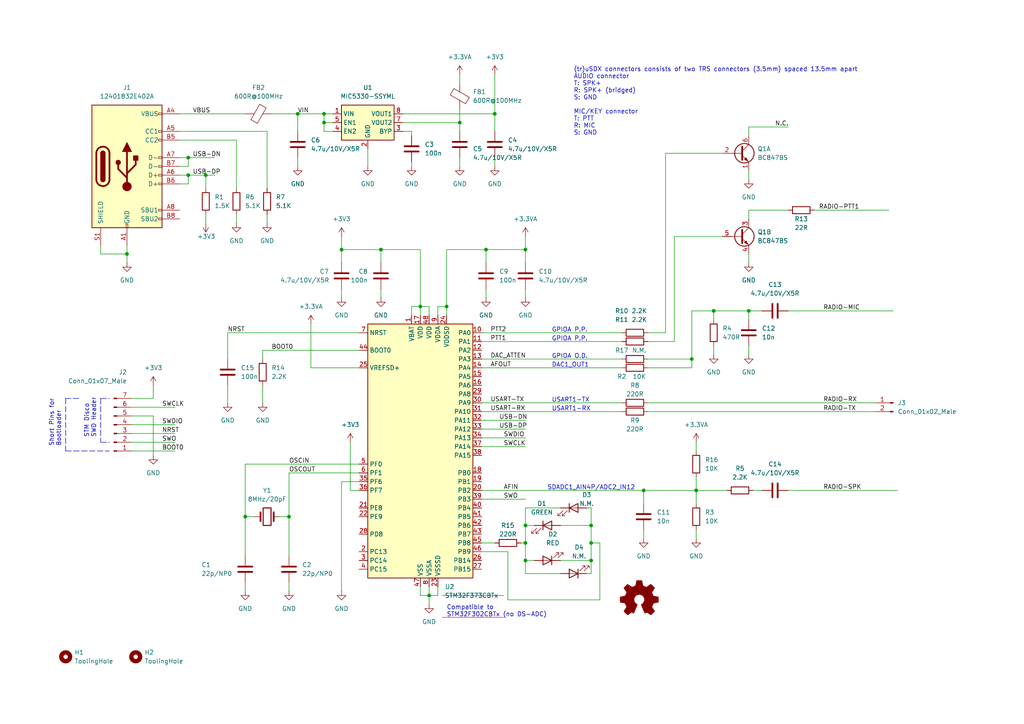
<source format=kicad_sch>
(kicad_sch (version 20211123) (generator eeschema)
  (paper "A4")
  (title_block (title "All-In-One-Cable (AIOC)") (rev "0"))
  (lib_symbols
    (symbol "Connector:Conn_01x02_Male" (pin_names (offset 1.016) hide)
      (property "Reference" "J" (at 0 2.54 0))
      (property "Value" "Conn_01x02_Male" (at 0 -5.08 0))
      (symbol "Conn_01x02_Male_1_1"
        (pin passive line (at 5.08 0 180) (length 3.81) (name "Pin_1") (number "1"))
        (pin passive line (at 5.08 -2.54 180) (length 3.81) (name "Pin_2") (number "2"))
      )
    )
    (symbol "Connector:Conn_01x07_Male" (pin_names (offset 1.016) hide)
      (property "Reference" "J" (at 0 10.16 0))
      (property "Value" "Conn_01x07_Male" (at 0 -10.16 0))
      (symbol "Conn_01x07_Male_1_1"
        (pin passive line (at 5.08 7.62 180) (length 3.81) (name "Pin_1") (number "1"))
        (pin passive line (at 5.08 5.08 180) (length 3.81) (name "Pin_2") (number "2"))
        (pin passive line (at 5.08 2.54 180) (length 3.81) (name "Pin_3") (number "3"))
        (pin passive line (at 5.08 0 180) (length 3.81) (name "Pin_4") (number "4"))
        (pin passive line (at 5.08 -2.54 180) (length 3.81) (name "Pin_5") (number "5"))
        (pin passive line (at 5.08 -5.08 180) (length 3.81) (name "Pin_6") (number "6"))
        (pin passive line (at 5.08 -7.62 180) (length 3.81) (name "Pin_7") (number "7"))
      )
    )
    (symbol "Connector:USB_C_Receptacle_USB2.0" (pin_names (offset 1.016))
      (property "Reference" "J" (at -10.16 19.05 0))
      (property "Value" "USB_C_Receptacle_USB2.0" (at 19.05 19.05 0))
      (symbol "USB_C_Receptacle_USB2.0_1_1"
        (pin passive line (at 0 -22.86 90) (length 5.08) (name "GND") (number "A1"))
        (pin passive line (at 0 -22.86 90) (length 5.08) hide (name "GND") (number "A12"))
        (pin passive line (at 15.24 15.24 180) (length 5.08) (name "VBUS") (number "A4"))
        (pin bidirectional line (at 15.24 10.16 180) (length 5.08) (name "CC1") (number "A5"))
        (pin bidirectional line (at 15.24 -2.54 180) (length 5.08) (name "D+") (number "A6"))
        (pin bidirectional line (at 15.24 2.54 180) (length 5.08) (name "D-") (number "A7"))
        (pin bidirectional line (at 15.24 -12.7 180) (length 5.08) (name "SBU1") (number "A8"))
        (pin passive line (at 15.24 15.24 180) (length 5.08) hide (name "VBUS") (number "A9"))
        (pin passive line (at 0 -22.86 90) (length 5.08) hide (name "GND") (number "B1"))
        (pin passive line (at 0 -22.86 90) (length 5.08) hide (name "GND") (number "B12"))
        (pin passive line (at 15.24 15.24 180) (length 5.08) hide (name "VBUS") (number "B4"))
        (pin bidirectional line (at 15.24 7.62 180) (length 5.08) (name "CC2") (number "B5"))
        (pin bidirectional line (at 15.24 -5.08 180) (length 5.08) (name "D+") (number "B6"))
        (pin bidirectional line (at 15.24 0 180) (length 5.08) (name "D-") (number "B7"))
        (pin bidirectional line (at 15.24 -15.24 180) (length 5.08) (name "SBU2") (number "B8"))
        (pin passive line (at 15.24 15.24 180) (length 5.08) hide (name "VBUS") (number "B9"))
        (pin passive line (at -7.62 -22.86 90) (length 5.08) (name "SHIELD") (number "S1"))
      )
    )
    (symbol "Device:C" (pin_numbers hide) (pin_names (offset 0.254))
      (property "Reference" "C" (at 0.635 2.54 0))
      (property "Value" "C" (at 0.635 -2.54 0))
      (symbol "C_1_1"
        (pin passive line (at 0 3.81 270) (length 2.794) (name "~") (number "1"))
        (pin passive line (at 0 -3.81 90) (length 2.794) (name "~") (number "2"))
      )
    )
    (symbol "Device:Crystal" (pin_numbers hide) (pin_names (offset 1.016) hide)
      (property "Reference" "Y" (at 0 3.81 0))
      (property "Value" "Crystal" (at 0 -3.81 0))
      (symbol "Crystal_1_1"
        (pin passive line (at -3.81 0 0) (length 1.27) (name "1") (number "1"))
        (pin passive line (at 3.81 0 180) (length 1.27) (name "2") (number "2"))
      )
    )
    (symbol "Device:FerriteBead" (pin_numbers hide) (pin_names (offset 0))
      (property "Reference" "FB" (at -3.81 0.635 90))
      (property "Value" "FerriteBead" (at 3.81 0 90))
      (symbol "FerriteBead_1_1"
        (pin passive line (at 0 3.81 270) (length 2.54) (name "~") (number "1"))
        (pin passive line (at 0 -3.81 90) (length 2.54) (name "~") (number "2"))
      )
    )
    (symbol "Device:LED" (pin_numbers hide) (pin_names (offset 1.016) hide)
      (property "Reference" "D" (at 0 2.54 0))
      (property "Value" "LED" (at 0 -2.54 0))
      (symbol "LED_1_1"
        (pin passive line (at -3.81 0 0) (length 2.54) (name "K") (number "1"))
        (pin passive line (at 3.81 0 180) (length 2.54) (name "A") (number "2"))
      )
    )
    (symbol "Device:Q_Dual_NPN_NPN_E1B1C2E2B2C1" (pin_names (offset 0) hide)
      (property "Reference" "Q" (at 5.08 1.27 0))
      (property "Value" "Q_Dual_NPN_NPN_E1B1C2E2B2C1" (at 5.08 -1.27 0))
      (symbol "Q_Dual_NPN_NPN_E1B1C2E2B2C1_1_1"
        (pin passive line (at 2.54 -5.08 90) (length 2.54) (name "E1") (number "1"))
        (pin input line (at -5.08 0 0) (length 2.54) (name "B1") (number "2"))
        (pin passive line (at 2.54 5.08 270) (length 2.54) (name "C1") (number "6"))
      )
      (symbol "Q_Dual_NPN_NPN_E1B1C2E2B2C1_2_1"
        (pin passive line (at 2.54 5.08 270) (length 2.54) (name "C2") (number "3"))
        (pin passive line (at 2.54 -5.08 90) (length 2.54) (name "E2") (number "4"))
        (pin input line (at -5.08 0 0) (length 2.54) (name "B2") (number "5"))
      )
    )
    (symbol "Device:R" (pin_numbers hide) (pin_names (offset 0))
      (property "Reference" "R" (at 2.032 0 90))
      (property "Value" "R" (at 0 0 90))
      (symbol "R_1_1"
        (pin passive line (at 0 3.81 270) (length 1.27) (name "~") (number "1"))
        (pin passive line (at 0 -3.81 90) (length 1.27) (name "~") (number "2"))
      )
    )
    (symbol "Graphic:Logo_Open_Hardware_Small" (pin_names (offset 1.016)))
    (symbol "MCU_ST_STM32F3:STM32F373CBTx"
      (property "Reference" "U" (at -15.24 36.83 0))
      (property "Value" "STM32F373CBTx" (at 10.16 36.83 0))
      (symbol "STM32F373CBTx_1_1"
        (pin power_in line (at -2.54 38.1 270) (length 2.54) (name "VBAT") (number "1"))
        (pin bidirectional line (at 17.78 33.02 180) (length 2.54) (name "PA0") (number "10"))
        (pin bidirectional line (at 17.78 30.48 180) (length 2.54) (name "PA1") (number "11"))
        (pin bidirectional line (at 17.78 27.94 180) (length 2.54) (name "PA2") (number "12"))
        (pin bidirectional line (at 17.78 25.4 180) (length 2.54) (name "PA3") (number "13"))
        (pin bidirectional line (at 17.78 22.86 180) (length 2.54) (name "PA4") (number "14"))
        (pin bidirectional line (at 17.78 20.32 180) (length 2.54) (name "PA5") (number "15"))
        (pin bidirectional line (at 17.78 17.78 180) (length 2.54) (name "PA6") (number "16"))
        (pin power_in line (at 0 38.1 270) (length 2.54) (name "VDD") (number "17"))
        (pin bidirectional line (at 17.78 -7.62 180) (length 2.54) (name "PB0") (number "18"))
        (pin bidirectional line (at 17.78 -10.16 180) (length 2.54) (name "PB1") (number "19"))
        (pin bidirectional line (at -17.78 -30.48 0) (length 2.54) (name "PC13") (number "2"))
        (pin bidirectional line (at 17.78 -12.7 180) (length 2.54) (name "PB2") (number "20"))
        (pin bidirectional line (at -17.78 -17.78 0) (length 2.54) (name "PE8") (number "21"))
        (pin bidirectional line (at -17.78 -20.32 0) (length 2.54) (name "PE9") (number "22"))
        (pin power_in line (at 5.08 -40.64 90) (length 2.54) (name "VSSSD") (number "23"))
        (pin power_in line (at 7.62 38.1 270) (length 2.54) (name "VDDSD") (number "24"))
        (pin power_in line (at -17.78 22.86 0) (length 2.54) (name "VREFSD+") (number "25"))
        (pin bidirectional line (at 17.78 -33.02 180) (length 2.54) (name "PB14") (number "26"))
        (pin bidirectional line (at 17.78 -35.56 180) (length 2.54) (name "PB15") (number "27"))
        (pin bidirectional line (at -17.78 -25.4 0) (length 2.54) (name "PD8") (number "28"))
        (pin bidirectional line (at 17.78 15.24 180) (length 2.54) (name "PA8") (number "29"))
        (pin bidirectional line (at -17.78 -33.02 0) (length 2.54) (name "PC14") (number "3"))
        (pin bidirectional line (at 17.78 12.7 180) (length 2.54) (name "PA9") (number "30"))
        (pin bidirectional line (at 17.78 10.16 180) (length 2.54) (name "PA10") (number "31"))
        (pin bidirectional line (at 17.78 7.62 180) (length 2.54) (name "PA11") (number "32"))
        (pin bidirectional line (at 17.78 5.08 180) (length 2.54) (name "PA12") (number "33"))
        (pin bidirectional line (at 17.78 2.54 180) (length 2.54) (name "PA13") (number "34"))
        (pin bidirectional line (at -17.78 -10.16 0) (length 2.54) (name "PF6") (number "35"))
        (pin bidirectional line (at -17.78 -12.7 0) (length 2.54) (name "PF7") (number "36"))
        (pin bidirectional line (at 17.78 0 180) (length 2.54) (name "PA14") (number "37"))
        (pin bidirectional line (at 17.78 -2.54 180) (length 2.54) (name "PA15") (number "38"))
        (pin bidirectional line (at 17.78 -15.24 180) (length 2.54) (name "PB3") (number "39"))
        (pin bidirectional line (at -17.78 -35.56 0) (length 2.54) (name "PC15") (number "4"))
        (pin bidirectional line (at 17.78 -17.78 180) (length 2.54) (name "PB4") (number "40"))
        (pin bidirectional line (at 17.78 -20.32 180) (length 2.54) (name "PB5") (number "41"))
        (pin bidirectional line (at 17.78 -22.86 180) (length 2.54) (name "PB6") (number "42"))
        (pin bidirectional line (at 17.78 -25.4 180) (length 2.54) (name "PB7") (number "43"))
        (pin input line (at -17.78 27.94 0) (length 2.54) (name "BOOT0") (number "44"))
        (pin bidirectional line (at 17.78 -27.94 180) (length 2.54) (name "PB8") (number "45"))
        (pin bidirectional line (at 17.78 -30.48 180) (length 2.54) (name "PB9") (number "46"))
        (pin power_in line (at 0 -40.64 90) (length 2.54) (name "VSS") (number "47"))
        (pin power_in line (at 2.54 38.1 270) (length 2.54) (name "VDD") (number "48"))
        (pin input line (at -17.78 -5.08 0) (length 2.54) (name "PF0") (number "5"))
        (pin input line (at -17.78 -7.62 0) (length 2.54) (name "PF1") (number "6"))
        (pin input line (at -17.78 33.02 0) (length 2.54) (name "NRST") (number "7"))
        (pin power_in line (at 2.54 -40.64 90) (length 2.54) (name "VSSA") (number "8"))
        (pin power_in line (at 5.08 38.1 270) (length 2.54) (name "VDDA") (number "9"))
      )
    )
    (symbol "Mechanical:MountingHole" (pin_names (offset 1.016))
      (property "Reference" "H" (at 0 5.08 0))
      (property "Value" "MountingHole" (at 0 3.175 0))
    )
    (symbol "aioc:MIC5330-SSYML"
      (property "Reference" "U" (at 0 8.89 0))
      (property "Value" "MIC5330-SSYML" (at 0 6.35 0))
      (symbol "MIC5330-SSYML_1_1"
        (pin power_in line (at -10.16 2.54 0) (length 2.54) (name "VIN") (number "1"))
        (pin power_in line (at 0 -7.62 90) (length 2.54) (name "GND") (number "2"))
        (pin passive line (at 10.16 -2.54 180) (length 2.54) (name "BYP") (number "3"))
        (pin input line (at -10.16 -2.54 0) (length 2.54) (name "EN2") (number "4"))
        (pin input line (at -10.16 0 0) (length 2.54) (name "EN1") (number "5"))
        (pin power_out line (at 10.16 0 180) (length 2.54) (name "VOUT2") (number "7"))
        (pin power_out line (at 10.16 2.54 180) (length 2.54) (name "VOUT1") (number "8"))
        (pin passive line (at 0 -7.62 90) (length 2.54) hide (name "GND") (number "9"))
      )
    )
    (symbol "power:+3.3VA" (power) (pin_names (offset 0))
      (property "Value" "+3.3VA" (at 0 3.556 0))
      (symbol "+3.3VA_1_1"
        (pin power_in line (at 0 0 90) (length 0) hide (name "+3.3VA") (number "1"))
      )
    )
    (symbol "power:+3V3" (power) (pin_names (offset 0))
      (property "Value" "+3V3" (at 0 3.556 0))
      (symbol "+3V3_1_1"
        (pin power_in line (at 0 0 90) (length 0) hide (name "+3V3") (number "1"))
      )
    )
    (symbol "power:GND" (power) (pin_names (offset 0))
      (property "Value" "GND" (at 0 -3.81 0))
      (symbol "GND_1_1"
        (pin power_in line (at 0 0 270) (length 0) hide (name "GND") (number "1"))
      )
    )
  )
  (junction (at 54.61 45.72))
  (junction (at 152.4 152.4))
  (junction (at 36.83 73.66))
  (junction (at 59.69 50.8))
  (junction (at 171.45 162.56))
  (junction (at 93.98 33.02))
  (junction (at 140.97 72.39))
  (junction (at 86.36 33.02))
  (junction (at 201.93 142.24))
  (junction (at 152.4 162.56))
  (junction (at 171.45 152.4))
  (junction (at 171.45 157.48))
  (junction (at 129.54 88.9))
  (junction (at 121.92 88.9))
  (junction (at 133.35 35.56))
  (junction (at 152.4 72.39))
  (junction (at 207.01 90.17))
  (junction (at 217.17 90.17))
  (junction (at 99.06 72.39))
  (junction (at 110.49 72.39))
  (junction (at 54.61 50.8))
  (junction (at 71.12 149.86))
  (junction (at 124.46 172.72))
  (junction (at 152.4 157.48))
  (junction (at 186.69 142.24))
  (junction (at 83.82 149.86))
  (junction (at 200.66 104.14))
  (junction (at 143.51 33.02))
  (junction (at 93.98 35.56))
  (wire (pts (xy 143.51 21.59) (xy 143.51 33.02)))
  (wire (pts (xy 186.69 153.67) (xy 186.69 156.21)))
  (wire (pts (xy 200.66 106.68) (xy 200.66 104.14)))
  (wire (pts (xy 121.92 72.39) (xy 110.49 72.39)))
  (wire (pts (xy 124.46 172.72) (xy 124.46 175.26)))
  (wire (pts (xy 121.92 91.44) (xy 121.92 88.9)))
  (wire (pts (xy 124.46 88.9) (xy 124.46 91.44)))
  (wire (pts (xy 139.7 129.54) (xy 152.4 129.54)))
  (wire (pts (xy 228.6 90.17) (xy 259.08 90.17)))
  (wire (pts (xy 195.58 99.06) (xy 195.58 68.58)))
  (wire (pts (xy 83.82 137.16) (xy 83.82 149.86)))
  (wire (pts (xy 171.45 147.32) (xy 170.18 147.32)))
  (wire (pts (xy 66.04 96.52) (xy 66.04 104.14)))
  (wire (pts (xy 86.36 33.02) (xy 93.98 33.02)))
  (wire (pts (xy 52.07 38.1) (xy 77.47 38.1)))
  (wire (pts (xy 99.06 68.58) (xy 99.06 72.39)))
  (wire (pts (xy 140.97 72.39) (xy 140.97 76.2)))
  (wire (pts (xy 147.32 173.99) (xy 147.32 160.02)))
  (polyline (pts (xy 22.86 115.57) (xy 19.05 115.57)))
  (wire (pts (xy 77.47 62.23) (xy 77.47 64.77)))
  (wire (pts (xy 170.18 166.37) (xy 171.45 166.37)))
  (wire (pts (xy 133.35 35.56) (xy 133.35 38.1)))
  (wire (pts (xy 162.56 166.37) (xy 152.4 166.37)))
  (wire (pts (xy 127 88.9) (xy 127 91.44)))
  (wire (pts (xy 96.52 35.56) (xy 93.98 35.56)))
  (wire (pts (xy 66.04 111.76) (xy 66.04 116.84)))
  (wire (pts (xy 152.4 72.39) (xy 152.4 76.2)))
  (wire (pts (xy 162.56 147.32) (xy 152.4 147.32)))
  (wire (pts (xy 104.14 96.52) (xy 66.04 96.52)))
  (wire (pts (xy 201.93 146.05) (xy 201.93 142.24)))
  (polyline (pts (xy 29.21 115.57) (xy 29.21 128.27)))
  (wire (pts (xy 187.96 106.68) (xy 200.66 106.68)))
  (wire (pts (xy 171.45 152.4) (xy 171.45 157.48)))
  (wire (pts (xy 38.1 115.57) (xy 44.45 115.57)))
  (wire (pts (xy 93.98 33.02) (xy 96.52 33.02)))
  (polyline (pts (xy 19.05 130.81) (xy 31.75 130.81)))
  (wire (pts (xy 152.4 162.56) (xy 154.94 162.56)))
  (wire (pts (xy 128.27 172.72) (xy 146.05 172.72)) (stroke (width 0) (color 255 0 51 1)))
  (wire (pts (xy 93.98 38.1) (xy 93.98 35.56)))
  (wire (pts (xy 44.45 115.57) (xy 44.45 111.76)))
  (wire (pts (xy 38.1 128.27) (xy 50.8 128.27)))
  (wire (pts (xy 217.17 73.66) (xy 217.17 76.2)))
  (wire (pts (xy 152.4 83.82) (xy 152.4 86.36)))
  (wire (pts (xy 71.12 149.86) (xy 73.66 149.86)))
  (wire (pts (xy 193.04 44.45) (xy 209.55 44.45)))
  (wire (pts (xy 121.92 170.18) (xy 121.92 172.72)))
  (wire (pts (xy 99.06 139.7) (xy 99.06 171.45)))
  (wire (pts (xy 217.17 100.33) (xy 217.17 102.87)))
  (wire (pts (xy 129.54 72.39) (xy 129.54 88.9)))
  (wire (pts (xy 29.21 71.12) (xy 29.21 73.66)))
  (wire (pts (xy 71.12 149.86) (xy 71.12 161.29)))
  (wire (pts (xy 119.38 38.1) (xy 119.38 39.37)))
  (wire (pts (xy 77.47 38.1) (xy 77.47 54.61)))
  (wire (pts (xy 116.84 38.1) (xy 119.38 38.1)))
  (wire (pts (xy 86.36 33.02) (xy 86.36 38.1)))
  (wire (pts (xy 217.17 39.37) (xy 217.17 36.83)))
  (wire (pts (xy 151.13 157.48) (xy 152.4 157.48)))
  (wire (pts (xy 54.61 45.72) (xy 62.23 45.72)))
  (wire (pts (xy 110.49 72.39) (xy 110.49 76.2)))
  (wire (pts (xy 133.35 45.72) (xy 133.35 48.26)))
  (wire (pts (xy 152.4 157.48) (xy 152.4 162.56)))
  (wire (pts (xy 139.7 127) (xy 152.4 127)))
  (wire (pts (xy 71.12 134.62) (xy 71.12 149.86)))
  (wire (pts (xy 217.17 90.17) (xy 220.98 90.17)))
  (wire (pts (xy 139.7 119.38) (xy 180.34 119.38)))
  (wire (pts (xy 171.45 166.37) (xy 171.45 162.56)))
  (wire (pts (xy 121.92 88.9) (xy 124.46 88.9)))
  (wire (pts (xy 193.04 44.45) (xy 193.04 96.52)))
  (wire (pts (xy 59.69 50.8) (xy 59.69 54.61)))
  (wire (pts (xy 76.2 111.76) (xy 76.2 116.84)))
  (wire (pts (xy 171.45 157.48) (xy 171.45 162.56)))
  (wire (pts (xy 36.83 73.66) (xy 36.83 76.2)))
  (wire (pts (xy 83.82 168.91) (xy 83.82 171.45)))
  (wire (pts (xy 44.45 120.65) (xy 44.45 132.08)))
  (wire (pts (xy 139.7 144.78) (xy 152.4 144.78)))
  (wire (pts (xy 236.22 60.96) (xy 257.81 60.96)))
  (wire (pts (xy 228.6 142.24) (xy 260.35 142.24)))
  (wire (pts (xy 99.06 83.82) (xy 99.06 86.36)))
  (wire (pts (xy 119.38 88.9) (xy 121.92 88.9)))
  (wire (pts (xy 195.58 68.58) (xy 209.55 68.58)))
  (wire (pts (xy 187.96 116.84) (xy 254 116.84)))
  (polyline (pts (xy 29.21 128.27) (xy 31.75 128.27)))
  (wire (pts (xy 38.1 125.73) (xy 50.8 125.73)))
  (wire (pts (xy 152.4 166.37) (xy 152.4 162.56)))
  (wire (pts (xy 173.99 157.48) (xy 173.99 173.99)))
  (wire (pts (xy 119.38 91.44) (xy 119.38 88.9)))
  (wire (pts (xy 52.07 50.8) (xy 54.61 50.8)))
  (wire (pts (xy 173.99 173.99) (xy 147.32 173.99)))
  (wire (pts (xy 76.2 101.6) (xy 76.2 104.14)))
  (wire (pts (xy 207.01 92.71) (xy 207.01 90.17)))
  (wire (pts (xy 38.1 118.11) (xy 50.8 118.11)))
  (wire (pts (xy 217.17 36.83) (xy 228.6 36.83)))
  (wire (pts (xy 143.51 45.72) (xy 143.51 48.26)))
  (wire (pts (xy 124.46 170.18) (xy 124.46 172.72)))
  (wire (pts (xy 139.7 99.06) (xy 180.34 99.06)))
  (wire (pts (xy 52.07 48.26) (xy 54.61 48.26)))
  (wire (pts (xy 143.51 33.02) (xy 143.51 38.1)))
  (wire (pts (xy 52.07 53.34) (xy 54.61 53.34)))
  (wire (pts (xy 68.58 40.64) (xy 68.58 54.61)))
  (wire (pts (xy 104.14 139.7) (xy 99.06 139.7)))
  (wire (pts (xy 217.17 90.17) (xy 217.17 92.71)))
  (wire (pts (xy 81.28 149.86) (xy 83.82 149.86)))
  (wire (pts (xy 116.84 33.02) (xy 143.51 33.02)))
  (wire (pts (xy 171.45 152.4) (xy 171.45 147.32)))
  (wire (pts (xy 133.35 21.59) (xy 133.35 24.13)))
  (wire (pts (xy 200.66 90.17) (xy 207.01 90.17)))
  (wire (pts (xy 186.69 146.05) (xy 186.69 142.24)))
  (wire (pts (xy 207.01 100.33) (xy 207.01 102.87)))
  (wire (pts (xy 127 170.18) (xy 127 172.72)))
  (wire (pts (xy 29.21 73.66) (xy 36.83 73.66)))
  (wire (pts (xy 139.7 116.84) (xy 180.34 116.84)))
  (wire (pts (xy 119.38 46.99) (xy 119.38 48.26)))
  (wire (pts (xy 217.17 60.96) (xy 228.6 60.96)))
  (wire (pts (xy 162.56 152.4) (xy 171.45 152.4)))
  (wire (pts (xy 101.6 128.27) (xy 101.6 142.24)))
  (wire (pts (xy 104.14 101.6) (xy 76.2 101.6)))
  (wire (pts (xy 201.93 128.27) (xy 201.93 130.81)))
  (wire (pts (xy 110.49 83.82) (xy 110.49 86.36)))
  (wire (pts (xy 52.07 33.02) (xy 71.12 33.02)))
  (wire (pts (xy 129.54 72.39) (xy 140.97 72.39)))
  (wire (pts (xy 201.93 142.24) (xy 210.82 142.24)))
  (wire (pts (xy 217.17 49.53) (xy 217.17 52.07)))
  (wire (pts (xy 187.96 104.14) (xy 200.66 104.14)))
  (wire (pts (xy 200.66 104.14) (xy 200.66 90.17)))
  (wire (pts (xy 83.82 137.16) (xy 104.14 137.16)))
  (wire (pts (xy 201.93 138.43) (xy 201.93 142.24)))
  (wire (pts (xy 139.7 96.52) (xy 180.34 96.52)))
  (wire (pts (xy 218.44 142.24) (xy 220.98 142.24)))
  (wire (pts (xy 106.68 43.18) (xy 106.68 48.26)))
  (wire (pts (xy 83.82 149.86) (xy 83.82 161.29)))
  (wire (pts (xy 116.84 35.56) (xy 133.35 35.56)))
  (wire (pts (xy 171.45 157.48) (xy 173.99 157.48)))
  (wire (pts (xy 152.4 152.4) (xy 152.4 157.48)))
  (wire (pts (xy 201.93 153.67) (xy 201.93 156.21)))
  (wire (pts (xy 44.45 120.65) (xy 38.1 120.65)))
  (wire (pts (xy 104.14 142.24) (xy 101.6 142.24)))
  (wire (pts (xy 71.12 168.91) (xy 71.12 171.45)))
  (wire (pts (xy 52.07 45.72) (xy 54.61 45.72)))
  (wire (pts (xy 68.58 62.23) (xy 68.58 64.77)))
  (wire (pts (xy 90.17 106.68) (xy 104.14 106.68)))
  (wire (pts (xy 129.54 88.9) (xy 127 88.9)))
  (polyline (pts (xy 19.05 115.57) (xy 19.05 130.81)))
  (wire (pts (xy 127 172.72) (xy 124.46 172.72)))
  (wire (pts (xy 96.52 38.1) (xy 93.98 38.1)))
  (polyline (pts (xy 29.21 115.57) (xy 31.75 115.57)))
  (wire (pts (xy 154.94 152.4) (xy 152.4 152.4)))
  (wire (pts (xy 121.92 72.39) (xy 121.92 88.9)))
  (wire (pts (xy 139.7 104.14) (xy 180.34 104.14)))
  (wire (pts (xy 54.61 50.8) (xy 54.61 53.34)))
  (wire (pts (xy 139.7 121.92) (xy 152.4 121.92)))
  (wire (pts (xy 59.69 50.8) (xy 62.23 50.8)))
  (wire (pts (xy 52.07 40.64) (xy 68.58 40.64)))
  (wire (pts (xy 139.7 157.48) (xy 143.51 157.48)))
  (wire (pts (xy 140.97 83.82) (xy 140.97 86.36)))
  (wire (pts (xy 128.27 179.07) (xy 146.05 179.07)) (stroke (width 0) (color 255 0 51 1)))
  (wire (pts (xy 54.61 45.72) (xy 54.61 48.26)))
  (wire (pts (xy 162.56 162.56) (xy 171.45 162.56)))
  (wire (pts (xy 147.32 160.02) (xy 139.7 160.02)))
  (wire (pts (xy 139.7 106.68) (xy 180.34 106.68)))
  (wire (pts (xy 129.54 91.44) (xy 129.54 88.9)))
  (wire (pts (xy 124.46 172.72) (xy 121.92 172.72)))
  (wire (pts (xy 86.36 45.72) (xy 86.36 48.26)))
  (wire (pts (xy 140.97 72.39) (xy 152.4 72.39)))
  (wire (pts (xy 99.06 72.39) (xy 99.06 76.2)))
  (wire (pts (xy 54.61 50.8) (xy 59.69 50.8)))
  (wire (pts (xy 59.69 62.23) (xy 59.69 64.77)))
  (wire (pts (xy 217.17 63.5) (xy 217.17 60.96)))
  (wire (pts (xy 110.49 72.39) (xy 99.06 72.39)))
  (wire (pts (xy 36.83 71.12) (xy 36.83 73.66)))
  (wire (pts (xy 71.12 134.62) (xy 104.14 134.62)))
  (wire (pts (xy 186.69 142.24) (xy 201.93 142.24)))
  (wire (pts (xy 139.7 142.24) (xy 186.69 142.24)))
  (wire (pts (xy 38.1 130.81) (xy 50.8 130.81)))
  (wire (pts (xy 152.4 147.32) (xy 152.4 152.4)))
  (wire (pts (xy 133.35 31.75) (xy 133.35 35.56)))
  (wire (pts (xy 139.7 124.46) (xy 152.4 124.46)))
  (wire (pts (xy 187.96 119.38) (xy 254 119.38)))
  (wire (pts (xy 207.01 90.17) (xy 217.17 90.17)))
  (wire (pts (xy 93.98 33.02) (xy 93.98 35.56)))
  (wire (pts (xy 187.96 96.52) (xy 193.04 96.52)))
  (wire (pts (xy 78.74 33.02) (xy 86.36 33.02)))
  (wire (pts (xy 187.96 99.06) (xy 195.58 99.06)))
  (wire (pts (xy 152.4 68.58) (xy 152.4 72.39)))
  (wire (pts (xy 38.1 123.19) (xy 50.8 123.19)))
  (wire (pts (xy 90.17 93.98) (xy 90.17 106.68)))
  (text "STM Disco\nSWD Header" (at 27.94 127 90) (effects (font (size 1.27 1.27)) (justify left bottom)))
  (text "Short Pins for\nBootloader" (at 17.78 129.54 90) (effects (font (size 1.27 1.27)) (justify left bottom)))
  (text "SDADC1_AIN4P/ADC2_IN12" (at 158.75 142.24 0) (effects (font (size 1.27 1.27)) (justify left bottom)))
  (text "USART1-TX" (at 160.02 116.84 0) (effects (font (size 1.27 1.27)) (justify left bottom)))
  (text "(tr)uSDX connectors consists of two TRS connectors (3.5mm) spaced 13.5mm apart\nAUDIO connector\nT: SPK+\nR: SPK+ (bridged)\nS: GND\n\nMIC/KEY connector\nT: PTT\nR: MIC\nS: GND\n" (at 166.37 39.37 0) (effects (font (size 1.27 1.27)) (justify left bottom)))
  (text "GPIOA P.P." (at 160.02 99.06 0) (effects (font (size 1.27 1.27)) (justify left bottom)))
  (text "DAC1_OUT1" (at 160.02 106.68 0) (effects (font (size 1.27 1.27)) (justify left bottom)))
  (text "GPIOA O.D." (at 160.02 104.14 0) (effects (font (size 1.27 1.27)) (justify left bottom)))
  (text "Compatible to \nSTM32F302CBTx (no DS-ADC)" (at 129.54 179.07 0) (effects (font (size 1.27 1.27)) (justify left bottom)))
  (text "USART1-RX" (at 160.02 119.38 0) (effects (font (size 1.27 1.27)) (justify left bottom)))
  (text "GPIOA P.P." (at 160.02 96.52 0) (effects (font (size 1.27 1.27)) (justify left bottom)))
  (label "OSCIN" (at 83.82 134.62 0))
  (label "N.C." (at 224.79 36.83 0))
  (label "AFIN" (at 146.05 142.24 0))
  (label "VBUS" (at 55.88 33.02 0))
  (label "NRST" (at 66.04 96.52 0))
  (label "PTT2" (at 142.24 96.52 0))
  (label "SWO" (at 46.99 128.27 0))
  (label "SWO" (at 146.05 144.78 0))
  (label "SWDIO" (at 146.05 127 0))
  (label "USB-DN" (at 55.88 45.72 0))
  (label "OSCOUT" (at 83.82 137.16 0))
  (label "USB-DP" (at 55.88 50.8 0))
  (label "BOOT0" (at 78.74 101.6 0))
  (label "USART-RX" (at 142.24 119.38 0))
  (label "SWDIO" (at 46.99 123.19 0))
  (label "USB-DP" (at 144.78 124.46 0))
  (label "VIN" (at 86.36 33.02 0))
  (label "PTT1" (at 142.24 99.06 0))
  (label "AFOUT" (at 142.24 106.68 0))
  (label "SWCLK" (at 46.99 118.11 0))
  (label "RADIO-RX" (at 238.76 116.84 0))
  (label "RADIO-MIC" (at 238.76 90.17 0))
  (label "RADIO-PTT1" (at 237.49 60.96 0))
  (label "USART-TX" (at 142.24 116.84 0))
  (label "SWCLK" (at 146.05 129.54 0))
  (label "BOOT0" (at 46.99 130.81 0))
  (label "NRST" (at 46.99 125.73 0))
  (label "RADIO-SPK" (at 238.76 142.24 0))
  (label "DAC_ATTEN" (at 142.24 104.14 0))
  (label "USB-DN" (at 144.78 121.92 0))
  (label "RADIO-TX" (at 238.76 119.38 0))
  (symbol (lib_id "Device:R") (at 184.15 116.84 270) (unit 1)
    (property "Reference" "R8" (at 184.15 111.76 90))
    (property "Value" "220R" (at 184.15 114.3 90))
    (property "Footprint" "Resistor_SMD:R_0603_1608Metric" (effects hide))
    (property "LCSC" "C22962" (effects hide))
  )
  (symbol (lib_id "power:+3V3") (at 59.69 64.77 180) (unit 1)
    (property "Reference" "#PWR07" (effects hide))
    (property "Value" "+3V3" (at 57.15 68.58 0) (effects (justify right)))
  )
  (symbol (lib_id "Mechanical:MountingHole") (at 19.05 190.5 0) (unit 1) (in_bom no)
    (property "Reference" "H1" (at 21.59 189.2299 0) (effects (justify left)))
    (property "Value" "ToolingHole" (at 21.59 191.7699 0) (effects (justify left)))
    (property "Footprint" "AIOC:TOOLING-HOLE" (effects hide))
  )
  (symbol (lib_id "power:GND") (at 99.06 86.36 0) (mirror y) (unit 1)
    (property "Reference" "#PWR0115" (effects hide))
    (property "Value" "GND" (at 99.06 91.44 0))
  )
  (symbol (lib_id "power:+3.3VA") (at 133.35 21.59 0) (unit 1)
    (property "Reference" "#PWR0109" (effects hide))
    (property "Value" "+3.3VA" (at 133.35 16.51 0))
  )
  (symbol (lib_id "Device:R") (at 214.63 142.24 90) (unit 1)
    (property "Reference" "R5" (at 214.63 135.89 90))
    (property "Value" "2.2K" (at 214.63 138.43 90))
    (property "Footprint" "Resistor_SMD:R_0603_1608Metric" (effects hide))
    (property "LCSC" "C4190" (effects hide))
  )
  (symbol (lib_id "Graphic:Logo_Open_Hardware_Small") (at 185.42 173.99 0) (unit 1)
    (property "Reference" "#LOGO1" (effects hide))
    (property "Value" "Logo_Open_Hardware_Small" (effects hide))
  )
  (symbol (lib_id "power:+3V3") (at 143.51 21.59 0) (unit 1)
    (property "Reference" "#PWR0108" (effects hide))
    (property "Value" "+3V3" (at 143.51 16.51 0))
  )
  (symbol (lib_id "Device:R") (at 184.15 104.14 270) (unit 1)
    (property "Reference" "R17" (at 180.34 101.6 90))
    (property "Value" "N.M." (at 185.42 101.6 90))
    (property "Footprint" "Resistor_SMD:R_0603_1608Metric" (effects hide))
  )
  (symbol (lib_id "Device:R") (at 147.32 157.48 270) (unit 1)
    (property "Reference" "R15" (at 147.32 152.4 90))
    (property "Value" "220R" (at 147.32 154.94 90))
    (property "Footprint" "Resistor_SMD:R_0603_1608Metric" (effects hide))
    (property "LCSC" "C22962" (effects hide))
  )
  (symbol (lib_id "Device:Q_Dual_NPN_NPN_E1B1C2E2B2C1") (at 214.63 68.58 0) (unit 2)
    (property "Reference" "Q1" (at 219.71 67.3099 0) (effects (justify left)))
    (property "Value" "BC847BS" (at 219.71 69.8499 0) (effects (justify left)))
    (property "Footprint" "Package_TO_SOT_SMD:SOT-363_SC-70-6" (effects hide))
    (property "LCSC" "C8653" (effects hide))
  )
  (symbol (lib_id "power:GND") (at 36.83 76.2 0) (unit 1)
    (property "Reference" "#PWR0101" (effects hide))
    (property "Value" "GND" (at 36.83 81.28 0))
  )
  (symbol (lib_id "power:GND") (at 66.04 116.84 0) (mirror y) (unit 1)
    (property "Reference" "#PWR0121" (effects hide))
    (property "Value" "GND" (at 66.04 121.92 0))
  )
  (symbol (lib_id "Device:LED") (at 166.37 147.32 0) (unit 1)
    (property "Reference" "D3" (at 170.18 143.51 0))
    (property "Value" "N.M." (at 170.18 146.05 0))
    (property "Footprint" "LED_SMD:LED_0603_1608Metric" (effects hide))
  )
  (symbol (lib_id "Device:R") (at 68.58 58.42 180) (unit 1)
    (property "Reference" "R6" (at 71.12 57.1499 0) (effects (justify right)))
    (property "Value" "5.1K" (at 71.12 59.6899 0) (effects (justify right)))
    (property "Footprint" "Resistor_SMD:R_0603_1608Metric" (effects hide))
    (property "LCSC" "C23186" (effects hide))
  )
  (symbol (lib_id "MCU_ST_STM32F3:STM32F373CBTx") (at 121.92 129.54 0) (unit 1)
    (property "Reference" "U2" (at 129.0194 170.18 0) (effects (justify left)))
    (property "Value" "STM32F373CBTx" (at 129.0194 172.72 0) (effects (justify left)))
    (property "Footprint" "Package_QFP:LQFP-48_7x7mm_P0.5mm" (effects hide))
    (property "Datasheet" "http://www.st.com/st-web-ui/static/active/en/resource/technical/document/datasheet/DM00046749.pdf" (effects hide))
    (property "LCSC" "C94046" (effects hide))
  )
  (symbol (lib_id "Device:C") (at 217.17 96.52 0) (unit 1)
    (property "Reference" "C12" (at 220.98 95.2499 0) (effects (justify left)))
    (property "Value" "10n" (at 220.98 97.7899 0) (effects (justify left)))
    (property "Footprint" "Capacitor_SMD:C_0603_1608Metric" (effects hide))
  )
  (symbol (lib_id "Device:FerriteBead") (at 133.35 27.94 0) (unit 1)
    (property "Reference" "FB1" (at 137.16 26.6191 0) (effects (justify left)))
    (property "Value" "600R@100MHz" (at 137.16 29.1591 0) (effects (justify left)))
    (property "Footprint" "Inductor_SMD:L_0603_1608Metric" (effects hide))
    (property "LCSC" "C1002" (effects hide))
  )
  (symbol (lib_id "Device:LED") (at 158.75 152.4 0) (unit 1)
    (property "Reference" "D1" (at 157.1625 146.05 0))
    (property "Value" "GREEN" (at 157.1625 148.59 0))
    (property "Footprint" "LED_SMD:LED_0603_1608Metric" (effects hide))
    (property "LCSC" "C72043" (effects hide))
  )
  (symbol (lib_id "power:+3V3") (at 99.06 68.58 0) (unit 1)
    (property "Reference" "#PWR0113" (effects hide))
    (property "Value" "+3V3" (at 99.06 63.5 0))
  )
  (symbol (lib_id "power:+3.3VA") (at 152.4 68.58 0) (unit 1)
    (property "Reference" "#PWR0112" (effects hide))
    (property "Value" "+3.3VA" (at 152.4 63.5 0))
  )
  (symbol (lib_id "Device:C") (at 71.12 165.1 0) (unit 1)
    (property "Reference" "C1" (at 58.42 163.83 0) (effects (justify left)))
    (property "Value" "22p/NP0" (at 58.42 166.37 0) (effects (justify left)))
    (property "Footprint" "Capacitor_SMD:C_0603_1608Metric" (effects hide))
    (property "LCSC" "C1653" (effects hide))
  )
  (symbol (lib_id "power:GND") (at 217.17 52.07 0) (unit 1)
    (property "Reference" "#PWR05" (effects hide))
    (property "Value" "GND" (at 217.17 57.15 0))
  )
  (symbol (lib_id "Device:C") (at 224.79 90.17 90) (unit 1)
    (property "Reference" "C13" (at 224.79 82.55 90))
    (property "Value" "4.7u/10V/X5R" (at 224.79 85.09 90))
    (property "Footprint" "Capacitor_SMD:C_0603_1608Metric" (effects hide))
    (property "LCSC" "C19666" (effects hide))
  )
  (symbol (lib_id "Device:FerriteBead") (at 74.93 33.02 270) (unit 1)
    (property "Reference" "FB2" (at 74.9808 25.4 90))
    (property "Value" "600R@100MHz" (at 74.9808 27.94 90))
    (property "Footprint" "Inductor_SMD:L_0603_1608Metric" (effects hide))
    (property "LCSC" "C1002" (effects hide))
  )
  (symbol (lib_id "power:GND") (at 77.47 64.77 0) (unit 1)
    (property "Reference" "#PWR0120" (effects hide))
    (property "Value" "GND" (at 77.47 69.85 0))
  )
  (symbol (lib_id "power:+3.3VA") (at 201.93 128.27 0) (unit 1)
    (property "Reference" "#PWR08" (effects hide))
    (property "Value" "+3.3VA" (at 201.93 123.19 0))
  )
  (symbol (lib_id "Device:Q_Dual_NPN_NPN_E1B1C2E2B2C1") (at 214.63 44.45 0) (unit 1)
    (property "Reference" "Q1" (at 219.71 43.1799 0) (effects (justify left)))
    (property "Value" "BC847BS" (at 219.71 45.7199 0) (effects (justify left)))
    (property "Footprint" "Package_TO_SOT_SMD:SOT-363_SC-70-6" (effects hide))
    (property "LCSC" "C8653" (effects hide))
  )
  (symbol (lib_id "power:GND") (at 124.46 175.26 0) (unit 1)
    (property "Reference" "#PWR0102" (effects hide))
    (property "Value" "GND" (at 124.46 180.34 0))
  )
  (symbol (lib_id "aioc:MIC5330-SSYML") (at 106.68 35.56 0) (unit 1)
    (property "Reference" "U1" (at 106.68 25.4 0))
    (property "Value" "MIC5330-SSYML" (at 106.68 27.94 0))
    (property "Footprint" "AIOC:Micrel_MLF-8-1EP_2x2mm_P0.5mm_EP0.6x1.2mm" (effects hide))
    (property "Datasheet" "http://ww1.microchip.com/downloads/en/DeviceDoc/mic5330.pdf" (effects hide))
    (property "LCSC" "C144168" (effects hide))
  )
  (symbol (lib_id "power:GND") (at 44.45 132.08 0) (mirror y) (unit 1)
    (property "Reference" "#PWR0124" (effects hide))
    (property "Value" "GND" (at 44.45 137.16 0))
  )
  (symbol (lib_id "power:+3V3") (at 101.6 128.27 0) (unit 1)
    (property "Reference" "#PWR0125" (effects hide))
    (property "Value" "+3V3" (at 101.6 123.19 0))
  )
  (symbol (lib_id "Device:Crystal") (at 77.47 149.86 0) (unit 1)
    (property "Reference" "Y1" (at 77.47 142.24 0))
    (property "Value" "8MHz/20pF" (at 77.47 144.78 0))
    (property "Footprint" "AIOC:Crystal_SMD_5032-2Pin_5.0x3.2mm" (effects hide))
    (property "LCSC" "C115962" (effects hide))
  )
  (symbol (lib_id "Device:R") (at 59.69 58.42 180) (unit 1)
    (property "Reference" "R1" (at 62.23 57.1499 0) (effects (justify right)))
    (property "Value" "1.5K" (at 62.23 59.6899 0) (effects (justify right)))
    (property "Footprint" "Resistor_SMD:R_0603_1608Metric" (effects hide))
    (property "LCSC" "C22843" (effects hide))
  )
  (symbol (lib_id "Device:C") (at 224.79 142.24 90) (unit 1)
    (property "Reference" "C14" (at 224.79 134.62 90))
    (property "Value" "4.7u/10V/X5R" (at 224.79 137.16 90))
    (property "Footprint" "Capacitor_SMD:C_0603_1608Metric" (effects hide))
    (property "LCSC" "C19666" (effects hide))
  )
  (symbol (lib_id "power:+3.3VA") (at 90.17 93.98 0) (unit 1)
    (property "Reference" "#PWR0116" (effects hide))
    (property "Value" "+3.3VA" (at 90.17 88.9 0))
  )
  (symbol (lib_id "Device:C") (at 152.4 80.01 0) (unit 1)
    (property "Reference" "C10" (at 156.21 78.7399 0) (effects (justify left)))
    (property "Value" "4.7u/10V/X5R" (at 156.21 81.2799 0) (effects (justify left)))
    (property "Footprint" "Capacitor_SMD:C_0603_1608Metric" (effects hide))
    (property "LCSC" "C19666" (effects hide))
  )
  (symbol (lib_id "power:GND") (at 217.17 102.87 0) (unit 1)
    (property "Reference" "#PWR04" (effects hide))
    (property "Value" "GND" (at 217.17 107.95 0))
  )
  (symbol (lib_id "Device:R") (at 184.15 119.38 270) (unit 1)
    (property "Reference" "R9" (at 184.15 121.92 90))
    (property "Value" "220R" (at 184.15 124.46 90))
    (property "Footprint" "Resistor_SMD:R_0603_1608Metric" (effects hide))
    (property "LCSC" "C22962" (effects hide))
  )
  (symbol (lib_id "Device:C") (at 186.69 149.86 0) (unit 1)
    (property "Reference" "C11" (at 190.5 148.59 0) (effects (justify left)))
    (property "Value" "10n" (at 190.5 151.1299 0) (effects (justify left)))
    (property "Footprint" "Capacitor_SMD:C_0603_1608Metric" (effects hide))
  )
  (symbol (lib_id "power:GND") (at 110.49 86.36 0) (mirror y) (unit 1)
    (property "Reference" "#PWR0114" (effects hide))
    (property "Value" "GND" (at 110.49 91.44 0))
  )
  (symbol (lib_id "power:GND") (at 133.35 48.26 0) (unit 1)
    (property "Reference" "#PWR0126" (effects hide))
    (property "Value" "GND" (at 133.35 53.34 0))
  )
  (symbol (lib_id "Device:R") (at 77.47 58.42 180) (unit 1)
    (property "Reference" "R7" (at 80.01 57.1499 0) (effects (justify right)))
    (property "Value" "5.1K" (at 80.01 59.6899 0) (effects (justify right)))
    (property "Footprint" "Resistor_SMD:R_0603_1608Metric" (effects hide))
    (property "LCSC" "C23186" (effects hide))
  )
  (symbol (lib_id "power:+3V3") (at 44.45 111.76 0) (unit 1)
    (property "Reference" "#PWR0110" (effects hide))
    (property "Value" "+3V3" (at 44.45 106.68 0))
  )
  (symbol (lib_id "Device:R") (at 184.15 99.06 90) (unit 1)
    (property "Reference" "R11" (at 180.34 92.71 90))
    (property "Value" "2.2K" (at 185.42 92.71 90))
    (property "Footprint" "Resistor_SMD:R_0603_1608Metric" (effects hide))
    (property "LCSC" "C4190" (effects hide))
  )
  (symbol (lib_id "power:GND") (at 143.51 48.26 0) (unit 1)
    (property "Reference" "#PWR0106" (effects hide))
    (property "Value" "GND" (at 143.51 53.34 0))
  )
  (symbol (lib_id "Device:R") (at 184.15 96.52 90) (unit 1)
    (property "Reference" "R10" (at 180.34 90.17 90))
    (property "Value" "2.2K" (at 185.42 90.17 90))
    (property "Footprint" "Resistor_SMD:R_0603_1608Metric" (effects hide))
    (property "LCSC" "C4190" (effects hide))
  )
  (symbol (lib_id "power:GND") (at 152.4 86.36 0) (unit 1)
    (property "Reference" "#PWR0117" (effects hide))
    (property "Value" "GND" (at 152.4 91.44 0))
  )
  (symbol (lib_id "power:GND") (at 140.97 86.36 0) (unit 1)
    (property "Reference" "#PWR0118" (effects hide))
    (property "Value" "GND" (at 140.97 91.44 0))
  )
  (symbol (lib_id "power:GND") (at 207.01 102.87 0) (unit 1)
    (property "Reference" "#PWR03" (effects hide))
    (property "Value" "GND" (at 207.01 107.95 0))
  )
  (symbol (lib_id "Connector:Conn_01x02_Male") (at 259.08 116.84 0) (mirror y) (unit 1)
    (property "Reference" "J3" (at 260.35 116.8399 0) (effects (justify right)))
    (property "Value" "Conn_01x02_Male" (at 260.35 119.3799 0) (effects (justify right)))
    (property "Footprint" "Connector_PinHeader_1.27mm:PinHeader_1x02_P1.27mm_Vertical" (effects hide))
  )
  (symbol (lib_id "Device:R") (at 184.15 106.68 270) (unit 1)
    (property "Reference" "R2" (at 180.34 109.22 90))
    (property "Value" "10K" (at 185.42 109.22 90))
    (property "Footprint" "Resistor_SMD:R_0603_1608Metric" (effects hide))
  )
  (symbol (lib_id "Device:R") (at 201.93 134.62 0) (unit 1)
    (property "Reference" "R16" (at 204.47 133.3499 0) (effects (justify left)))
    (property "Value" "10K" (at 204.47 135.8899 0) (effects (justify left)))
    (property "Footprint" "Resistor_SMD:R_0603_1608Metric" (effects hide))
  )
  (symbol (lib_id "Device:R") (at 201.93 149.86 180) (unit 1)
    (property "Reference" "R3" (at 204.47 148.5899 0) (effects (justify right)))
    (property "Value" "10K" (at 204.47 151.1299 0) (effects (justify right)))
    (property "Footprint" "Resistor_SMD:R_0603_1608Metric" (effects hide))
  )
  (symbol (lib_id "power:GND") (at 217.17 76.2 0) (unit 1)
    (property "Reference" "#PWR06" (effects hide))
    (property "Value" "GND" (at 217.17 81.28 0))
  )
  (symbol (lib_id "Device:R") (at 76.2 107.95 180) (unit 1)
    (property "Reference" "R14" (at 78.74 106.6799 0) (effects (justify right)))
    (property "Value" "2.2K" (at 78.74 109.2199 0) (effects (justify right)))
    (property "Footprint" "Resistor_SMD:R_0603_1608Metric" (effects hide))
    (property "LCSC" "C4190" (effects hide))
  )
  (symbol (lib_id "Device:C") (at 99.06 80.01 0) (unit 1)
    (property "Reference" "C7" (at 92.71 78.74 0) (effects (justify left)))
    (property "Value" "4.7u/10V/X5R" (at 81.28 81.28 0) (effects (justify left)))
    (property "Footprint" "Capacitor_SMD:C_0603_1608Metric" (effects hide))
    (property "LCSC" "C19666" (effects hide))
  )
  (symbol (lib_id "Device:LED") (at 166.37 166.37 180) (unit 1)
    (property "Reference" "D4" (at 167.9575 158.75 0))
    (property "Value" "N.M." (at 167.9575 161.29 0))
    (property "Footprint" "LED_SMD:LED_0603_1608Metric" (effects hide))
  )
  (symbol (lib_id "Device:LED") (at 158.75 162.56 180) (unit 1)
    (property "Reference" "D2" (at 160.3375 154.94 0))
    (property "Value" "RED" (at 160.3375 157.48 0))
    (property "Footprint" "LED_SMD:LED_0603_1608Metric" (effects hide))
    (property "LCSC" "C2286" (effects hide))
  )
  (symbol (lib_id "Device:R") (at 232.41 60.96 270) (unit 1)
    (property "Reference" "R13" (at 232.41 63.5 90))
    (property "Value" "22R" (at 232.41 66.04 90))
    (property "Footprint" "Resistor_SMD:R_0603_1608Metric" (effects hide))
    (property "LCSC" "C23345" (effects hide))
  )
  (symbol (lib_id "Mechanical:MountingHole") (at 39.37 190.5 0) (unit 1) (in_bom no)
    (property "Reference" "H2" (at 41.91 189.2299 0) (effects (justify left)))
    (property "Value" "ToolingHole" (at 41.91 191.7699 0) (effects (justify left)))
    (property "Footprint" "AIOC:TOOLING-HOLE" (effects hide))
  )
  (symbol (lib_id "Device:C") (at 119.38 43.18 0) (mirror y) (unit 1)
    (property "Reference" "C3" (at 123.19 41.9099 0) (effects (justify right)))
    (property "Value" "100n" (at 123.19 44.4499 0) (effects (justify right)))
    (property "Footprint" "Capacitor_SMD:C_0603_1608Metric" (effects hide))
    (property "LCSC" "C14663" (effects hide))
  )
  (symbol (lib_id "power:GND") (at 99.06 171.45 0) (unit 1)
    (property "Reference" "#PWR0122" (effects hide))
    (property "Value" "GND" (at 99.06 176.53 0))
  )
  (symbol (lib_id "Device:C") (at 83.82 165.1 0) (unit 1)
    (property "Reference" "C2" (at 87.63 163.8299 0) (effects (justify left)))
    (property "Value" "22p/NP0" (at 87.63 166.3699 0) (effects (justify left)))
    (property "Footprint" "Capacitor_SMD:C_0603_1608Metric" (effects hide))
    (property "LCSC" "C1653" (effects hide))
  )
  (symbol (lib_id "Connector:USB_C_Receptacle_USB2.0") (at 36.83 48.26 0) (unit 1)
    (property "Reference" "J1" (at 36.83 25.4 0))
    (property "Value" "12401832E402A" (at 36.83 27.94 0))
    (property "Footprint" "AIOC:USB_C_Receptacle_Amphenol_12401832E40-2A" (effects hide))
    (property "Datasheet" "https://www.usb.org/sites/default/files/documents/usb_type-c.zip" (effects hide))
    (property "LCSC" "C464604" (effects hide))
  )
  (symbol (lib_id "power:GND") (at 119.38 48.26 0) (unit 1)
    (property "Reference" "#PWR0105" (effects hide))
    (property "Value" "GND" (at 119.38 53.34 0))
  )
  (symbol (lib_id "power:GND") (at 76.2 116.84 0) (mirror y) (unit 1)
    (property "Reference" "#PWR0123" (effects hide))
    (property "Value" "GND" (at 76.2 121.92 0))
  )
  (symbol (lib_id "power:GND") (at 86.36 48.26 0) (unit 1)
    (property "Reference" "#PWR0111" (effects hide))
    (property "Value" "GND" (at 86.36 53.34 0))
  )
  (symbol (lib_id "power:GND") (at 71.12 171.45 0) (unit 1)
    (property "Reference" "#PWR0103" (effects hide))
    (property "Value" "GND" (at 71.12 176.53 0))
  )
  (symbol (lib_id "Device:C") (at 66.04 107.95 0) (unit 1)
    (property "Reference" "C15" (at 69.85 106.6799 0) (effects (justify left)))
    (property "Value" "100n" (at 69.85 109.2199 0) (effects (justify left)))
    (property "Footprint" "Capacitor_SMD:C_0603_1608Metric" (effects hide))
    (property "LCSC" "C14663" (effects hide))
  )
  (symbol (lib_id "power:GND") (at 106.68 48.26 0) (unit 1)
    (property "Reference" "#PWR0107" (effects hide))
    (property "Value" "GND" (at 106.68 53.34 0))
  )
  (symbol (lib_id "power:GND") (at 83.82 171.45 0) (unit 1)
    (property "Reference" "#PWR0104" (effects hide))
    (property "Value" "GND" (at 83.82 176.53 0))
  )
  (symbol (lib_id "power:GND") (at 186.69 156.21 0) (unit 1)
    (property "Reference" "#PWR01" (effects hide))
    (property "Value" "GND" (at 186.69 161.29 0))
  )
  (symbol (lib_id "Device:C") (at 133.35 41.91 0) (unit 1)
    (property "Reference" "C5" (at 137.16 43.18 0) (effects (justify left)))
    (property "Value" "4.7u/10V/X5R" (at 137.16 45.72 0) (effects (justify left)))
    (property "Footprint" "Capacitor_SMD:C_0603_1608Metric" (effects hide))
    (property "LCSC" "C19666" (effects hide))
  )
  (symbol (lib_id "Device:C") (at 86.36 41.91 0) (unit 1)
    (property "Reference" "C6" (at 90.17 40.6399 0) (effects (justify left)))
    (property "Value" "4.7u/10V/X5R" (at 90.17 43.1799 0) (effects (justify left)))
    (property "Footprint" "Capacitor_SMD:C_0603_1608Metric" (effects hide))
    (property "LCSC" "C19666" (effects hide))
  )
  (symbol (lib_id "Device:C") (at 110.49 80.01 0) (mirror y) (unit 1)
    (property "Reference" "C8" (at 106.68 78.7399 0) (effects (justify left)))
    (property "Value" "100n" (at 106.68 81.2799 0) (effects (justify left)))
    (property "Footprint" "Capacitor_SMD:C_0603_1608Metric" (effects hide))
    (property "LCSC" "C14663" (effects hide))
  )
  (symbol (lib_id "power:GND") (at 68.58 64.77 0) (unit 1)
    (property "Reference" "#PWR0119" (effects hide))
    (property "Value" "GND" (at 68.58 69.85 0))
  )
  (symbol (lib_id "Device:C") (at 140.97 80.01 0) (mirror y) (unit 1)
    (property "Reference" "C9" (at 144.78 78.7399 0) (effects (justify right)))
    (property "Value" "100n" (at 144.78 81.2799 0) (effects (justify right)))
    (property "Footprint" "Capacitor_SMD:C_0603_1608Metric" (effects hide))
    (property "LCSC" "C14663" (effects hide))
  )
  (symbol (lib_id "Device:R") (at 207.01 96.52 180) (unit 1)
    (property "Reference" "R4" (at 209.55 95.2499 0) (effects (justify right)))
    (property "Value" "470R" (at 209.55 97.7899 0) (effects (justify right)))
    (property "Footprint" "Resistor_SMD:R_0603_1608Metric" (effects hide))
  )
  (symbol (lib_id "Connector:Conn_01x07_Male") (at 33.02 123.19 0) (mirror x) (unit 1)
    (property "Reference" "J2" (at 36.83 107.95 0) (effects (justify right)))
    (property "Value" "Conn_01x07_Male" (at 36.83 110.49 0) (effects (justify right)))
    (property "Footprint" "Connector_PinHeader_1.27mm:PinHeader_1x07_P1.27mm_Vertical" (effects hide))
  )
  (symbol (lib_id "power:GND") (at 201.93 156.21 0) (unit 1)
    (property "Reference" "#PWR02" (effects hide))
    (property "Value" "GND" (at 201.93 161.29 0))
  )
  (symbol (lib_id "Device:C") (at 143.51 41.91 0) (unit 1)
    (property "Reference" "C4" (at 147.32 40.6399 0) (effects (justify left)))
    (property "Value" "4.7u/10V/X5R" (at 147.32 43.1799 0) (effects (justify left)))
    (property "Footprint" "Capacitor_SMD:C_0603_1608Metric" (effects hide))
    (property "LCSC" "C19666" (effects hide))
  )
)
</source>
